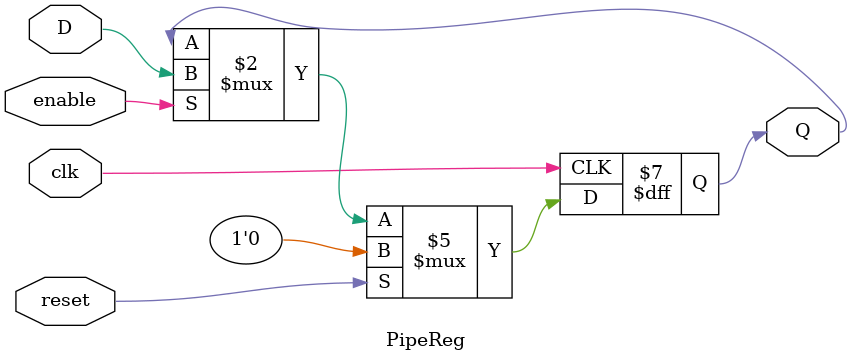
<source format=v>
/* !!! --- decade counter specification --- !!!
	
	counter:
		- +1 per posedge
		- max: 4'b1001
			- ten -> HIGH @ max
			- reset @ max
	
	reset:
		- reset HIGH
*/


/* ---------- !!! ----------
	decade counter top module
	---------- !!! ---------- */
module decade_counter
(
	input wire			clk,
	input wire			reset,
	input wire			enable,
	
	output wire			ten,
	output wire [3:0] count
);

// top module i/o
wire [3:0] count_current;
wire [3:0] count_new;

// top module logic
assign count = count_current;

// connect compute modules
decadeCounter_dp decadeCounter_dp
(
	.reset		(reset),
	.enable		(enable),
	.count_current	(count_current),
	
	.ten			(ten),
	.count_new	(count_new)
);

PipeReg #(4) cnt
(
	.clk		(clk),
	.reset	(reset),
	.enable	(1),
	.D			(count_new),
	
	.Q			(count_current)
);

endmodule


/* ---------- !!! ----------
	decade counter data path
	---------- !!! ---------- */
module decadeCounter_dp
(
	input wire			reset,
	input wire			enable,
	input wire [3:0]	count_current,
	
	output reg			ten,
	output reg  [3:0] count_new
);

// dp module i/o
reg [3:0]	count_max = 4'b1001;
wire			reached;

// dp module logic
assign reached = (count_current == count_max) ? 1'b1 : 1'b0;

always @ *
begin
	
	casex ({reset, enable, reached})
	
	// counter disabled
	{1'b0, 1'b0, 1'bx}: begin
									count_new = count_current;
									ten		 = 1'b0;
								end
	
	// reset
	{1'b1, 1'bx, 1'bx}: begin
									count_new = 4'b0;
									ten		 = 1'b0;
								end
	
	// counting
	// count < max
	{1'b0, 1'b1, 1'b0}: begin
									count_new = count_current + 4'b1;
									ten		 = 1'b0;
								end
	
	// count == max
	{1'b0, 1'b1, 1'b1}:	begin
									count_new = 4'b0;
									ten		 = 1'b1;
								end
	
	endcase
	
end

endmodule


/* ---------- !!! ----------
	   pipe register module
	---------- !!! ---------- */
module PipeReg #(parameter	BITWIDTH = 1) (
	input	wire							clk,
	input	wire							reset,
	input	wire							enable,
	input	wire	[BITWIDTH-1 : 0]	D,
	
	output reg	[BITWIDTH-1 : 0]	Q
);

	always @ (posedge clk)
	begin 
		if 	  (reset)	Q <= {BITWIDTH{1'b0}}; 
		else if (enable)	Q <= D;
	end

endmodule

</source>
